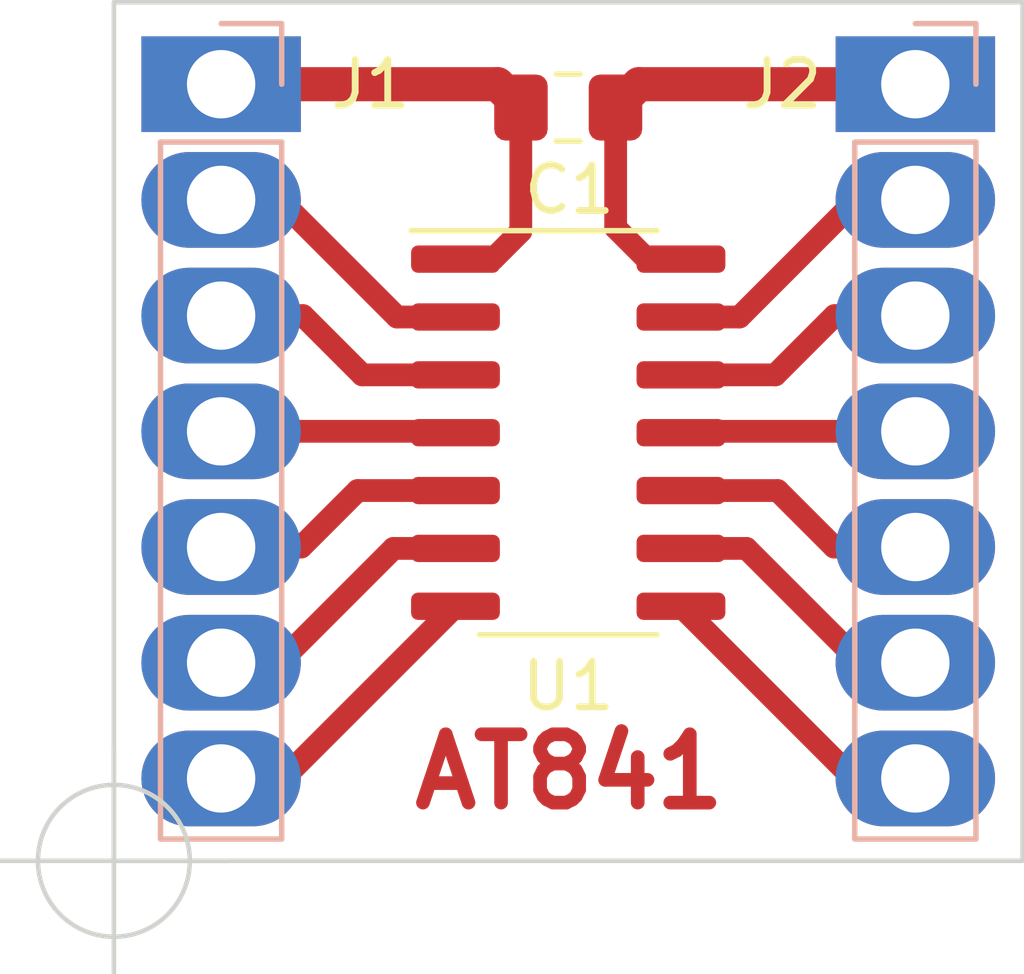
<source format=kicad_pcb>
(kicad_pcb (version 20211014) (generator pcbnew)
  (layers (0 "F.Cu" signal) (31 "B.Cu" signal) (34 "B.Paste" user) (35 "F.Paste" user) (36 "B.SilkS" user "B.Silkscreen") (37 "F.SilkS" user "F.Silkscreen") (38 "B.Mask" user) (39 "F.Mask" user) (44 "Edge.Cuts" user))
  (net 0 "")
  (net 1 "/VCC")
  (net 2 "/PB0")
  (net 3 "/PB1")
  (net 4 "/PB2")
  (net 5 "/PB3")
  (net 6 "/PA7")
  (net 7 "/PA6")
  (net 8 "GND")
  (net 9 "/PA0")
  (net 10 "/PA1")
  (net 11 "/PA2")
  (net 12 "/PA3")
  (net 13 "/PA4")
  (net 14 "/PA5")
  (footprint "Package_SO:SOIC-14_3.9x8.7mm_P1.27mm" (layer "F.Cu") (at 149.2504 96.6216)
    (fp_text reference "U1" (at 0 5.5626) (layer "F.SilkS"))
    (fp_text value "ATtiny841-SS" hide)
    (fp_line (start 0 4.435) (end -1.95 4.435) (layer "F.SilkS") (width 0.12))
    (fp_line (start 0 -4.435) (end 1.95 -4.435) (layer "F.SilkS") (width 0.12))
    (fp_line (start 0 4.435) (end 1.95 4.435) (layer "F.SilkS") (width 0.12))
    (fp_line (start 0 -4.435) (end -3.45 -4.435) (layer "F.SilkS") (width 0.12))
    (pad "1" smd roundrect locked (at -2.475 -3.81) (size 1.95 0.6) (layers "F.Cu" "F.Paste" "F.Mask") (net 1 "/VCC"))
    (pad "2" smd roundrect locked (at -2.475 -2.54) (size 1.95 0.6) (layers "F.Cu" "F.Paste" "F.Mask") (net 2 "/PB0"))
    (pad "3" smd roundrect locked (at -2.475 -1.27) (size 1.95 0.6) (layers "F.Cu" "F.Paste" "F.Mask") (net 3 "/PB1"))
    (pad "4" smd roundrect locked (at -2.475 0) (size 1.95 0.6) (layers "F.Cu" "F.Paste" "F.Mask") (net 5 "/PB3"))
    (pad "5" smd roundrect locked (at -2.475 1.27) (size 1.95 0.6) (layers "F.Cu" "F.Paste" "F.Mask") (net 4 "/PB2"))
    (pad "6" smd roundrect locked (at -2.475 2.54) (size 1.95 0.6) (layers "F.Cu" "F.Paste" "F.Mask") (net 6 "/PA7"))
    (pad "7" smd roundrect locked (at -2.475 3.81) (size 1.95 0.6) (layers "F.Cu" "F.Paste" "F.Mask") (net 7 "/PA6"))
    (pad "8" smd roundrect locked (at 2.475 3.81) (size 1.95 0.6) (layers "F.Cu" "F.Paste" "F.Mask") (net 14 "/PA5"))
    (pad "9" smd roundrect locked (at 2.475 2.54) (size 1.95 0.6) (layers "F.Cu" "F.Paste" "F.Mask") (net 13 "/PA4"))
    (pad "10" smd roundrect locked (at 2.475 1.27) (size 1.95 0.6) (layers "F.Cu" "F.Paste" "F.Mask") (net 12 "/PA3"))
    (pad "11" smd roundrect locked (at 2.475 0) (size 1.95 0.6) (layers "F.Cu" "F.Paste" "F.Mask") (net 11 "/PA2"))
    (pad "12" smd roundrect locked (at 2.475 -1.27) (size 1.95 0.6) (layers "F.Cu" "F.Paste" "F.Mask") (net 10 "/PA1"))
    (pad "13" smd roundrect locked (at 2.475 -2.54) (size 1.95 0.6) (layers "F.Cu" "F.Paste" "F.Mask") (net 9 "/PA0"))
    (pad "14" smd roundrect locked (at 2.475 -3.81) (size 1.95 0.6) (layers "F.Cu" "F.Paste" "F.Mask") (net 8 "GND"))
  )
  (footprint "Capacitor_SMD:C_0805_2012Metric_Pad1.18x1.45mm_HandSolder" (layer "F.Cu") (at 149.2504 89.4842)
    (fp_text reference "C1" (at 0.0254 1.8034) (layer "F.SilkS"))
    (fp_text value "100nF" hide)
    (fp_line (start -0.261252 -0.735) (end 0.261252 -0.735) (layer "F.SilkS") (width 0.12))
    (fp_line (start -0.261252 0.735) (end 0.261252 0.735) (layer "F.SilkS") (width 0.12))
    (pad "1" smd roundrect locked (at -1.0375 0) (size 1.175 1.45) (layers "F.Cu" "F.Paste" "F.Mask") (roundrect_rratio 0.2127659574) (net 1 "/VCC"))
    (pad "2" smd roundrect locked (at 1.0375 0) (size 1.175 1.45) (layers "F.Cu" "F.Paste" "F.Mask") (roundrect_rratio 0.2127659574) (net 8 "GND"))
  )
  (footprint "Connector_PinHeader_2.54mm:PinHeader_1x07_P2.54mm_Vertical" (layer "B.Cu") (at 156.8704 88.9712 180)
    (fp_text reference "J2" (at 2.921 -0.005) (layer "F.SilkS"))
    (fp_text value "Conn_01x07" hide)
    (fp_line (start -1.33 0) (end -1.33 1.33) (layer "B.SilkS") (width 0.12))
    (fp_line (start -1.33 -16.57) (end 1.33 -16.57) (layer "B.SilkS") (width 0.12))
    (fp_line (start -1.33 -1.27) (end -1.33 -16.57) (layer "B.SilkS") (width 0.12))
    (fp_line (start -1.33 -1.27) (end 1.33 -1.27) (layer "B.SilkS") (width 0.12))
    (fp_line (start 1.33 -1.27) (end 1.33 -16.57) (layer "B.SilkS") (width 0.12))
    (fp_line (start -1.33 1.33) (end 0 1.33) (layer "B.SilkS") (width 0.12))
    (pad "1" thru_hole rect locked (at 0 0 180) (size 3.5 2.1) (drill 1.5) (layers *.Cu *.Mask) (net 8 "GND"))
    (pad "2" thru_hole oval locked (at 0 -2.54 180) (size 3.5 2.1) (drill 1.5) (layers *.Cu *.Mask) (net 9 "/PA0"))
    (pad "3" thru_hole oval locked (at 0 -5.08 180) (size 3.5 2.1) (drill 1.5) (layers *.Cu *.Mask) (net 10 "/PA1"))
    (pad "4" thru_hole oval locked (at 0 -7.62 180) (size 3.5 2.1) (drill 1.5) (layers *.Cu *.Mask) (net 11 "/PA2"))
    (pad "5" thru_hole oval locked (at 0 -10.16 180) (size 3.5 2.1) (drill 1.5) (layers *.Cu *.Mask) (net 12 "/PA3"))
    (pad "6" thru_hole oval locked (at 0 -12.7 180) (size 3.5 2.1) (drill 1.5) (layers *.Cu *.Mask) (net 13 "/PA4"))
    (pad "7" thru_hole oval locked (at 0 -15.24 180) (size 3.5 2.1) (drill 1.5) (layers *.Cu *.Mask) (net 14 "/PA5"))
  )
  (footprint "Connector_PinHeader_2.54mm:PinHeader_1x07_P2.54mm_Vertical" (layer "B.Cu") (at 141.6304 88.9712 180)
    (fp_text reference "J1" (at -3.2766 -0.005) (layer "F.SilkS"))
    (fp_text value "Conn_01x07" hide)
    (fp_line (start 1.33 -1.27) (end 1.33 -16.57) (layer "B.SilkS") (width 0.12))
    (fp_line (start -1.33 1.33) (end 0 1.33) (layer "B.SilkS") (width 0.12))
    (fp_line (start -1.33 0) (end -1.33 1.33) (layer "B.SilkS") (width 0.12))
    (fp_line (start -1.33 -1.27) (end -1.33 -16.57) (layer "B.SilkS") (width 0.12))
    (fp_line (start -1.33 -16.57) (end 1.33 -16.57) (layer "B.SilkS") (width 0.12))
    (fp_line (start -1.33 -1.27) (end 1.33 -1.27) (layer "B.SilkS") (width 0.12))
    (pad "1" thru_hole rect locked (at 0 0 180) (size 3.5 2.1) (drill 1.5) (layers *.Cu *.Mask) (net 1 "/VCC"))
    (pad "2" thru_hole oval locked (at 0 -2.54 180) (size 3.5 2.1) (drill 1.5) (layers *.Cu *.Mask) (net 2 "/PB0"))
    (pad "3" thru_hole oval locked (at 0 -5.08 180) (size 3.5 2.1) (drill 1.5) (layers *.Cu *.Mask) (net 3 "/PB1"))
    (pad "4" thru_hole oval locked (at 0 -7.62 180) (size 3.5 2.1) (drill 1.5) (layers *.Cu *.Mask) (net 5 "/PB3"))
    (pad "5" thru_hole oval locked (at 0 -10.16 180) (size 3.5 2.1) (drill 1.5) (layers *.Cu *.Mask) (net 4 "/PB2"))
    (pad "6" thru_hole oval locked (at 0 -12.7 180) (size 3.5 2.1) (drill 1.5) (layers *.Cu *.Mask) (net 6 "/PA7"))
    (pad "7" thru_hole oval locked (at 0 -15.24 180) (size 3.5 2.1) (drill 1.5) (layers *.Cu *.Mask) (net 7 "/PA6"))
  )
  (gr_rect (start 159.2234 106.0196) (end 139.2766 87.1728) (layer "Edge.Cuts") (width 0.1) (fill none))
  (gr_text "AT841" (at 149.2758 104.0638) (layer "F.Cu") (effects (font (size 1.5 1.5) (thickness 0.3))))
  (target plus (at 139.2766 106.0196) (size 5) (width 0.1) (layer "Edge.Cuts"))
  (segment (start 148.209 92.202) (end 148.209 89.4881) (width 0.5) (layer "F.Cu") (net 1))
  (segment (start 148.209 89.4881) (end 148.2129 89.4842) (width 0.5) (layer "F.Cu") (net 1))
  (segment (start 146.7754 92.8116) (end 147.5994 92.8116) (width 0.5) (layer "F.Cu") (net 1))
  (segment (start 147.6999 88.9712) (end 148.2129 89.4842) (width 0.75) (layer "F.Cu") (net 1))
  (segment (start 141.6304 88.9712) (end 147.6999 88.9712) (width 0.75) (layer "F.Cu") (net 1))
  (segment (start 147.5994 92.8116) (end 148.209 92.202) (width 0.5) (layer "F.Cu") (net 1))
  (segment (start 145.4912 94.0816) (end 146.7754 94.0816) (width 0.5) (layer "F.Cu") (net 2))
  (segment (start 142.9208 91.5112) (end 145.4912 94.0816) (width 0.5) (layer "F.Cu") (net 2))
  (segment (start 141.6304 91.5112) (end 142.9208 91.5112) (width 0.5) (layer "F.Cu") (net 2))
  (segment (start 144.7292 95.3516) (end 146.7754 95.3516) (width 0.5) (layer "F.Cu") (net 3))
  (segment (start 143.4288 94.0512) (end 144.7292 95.3516) (width 0.5) (layer "F.Cu") (net 3))
  (segment (start 141.6304 94.0512) (end 143.4288 94.0512) (width 0.5) (layer "F.Cu") (net 3))
  (segment (start 144.6276 97.8916) (end 146.7754 97.8916) (width 0.5) (layer "F.Cu") (net 4))
  (segment (start 141.6304 99.1312) (end 143.388 99.1312) (width 0.5) (layer "F.Cu") (net 4))
  (segment (start 143.388 99.1312) (end 144.6276 97.8916) (width 0.5) (layer "F.Cu") (net 4))
  (segment (start 146.7754 96.6216) (end 146.745 96.5912) (width 0.5) (layer "F.Cu") (net 5))
  (segment (start 145.934 96.6076) (end 145.9176 96.5912) (width 0.25) (layer "F.Cu") (net 5))
  (segment (start 146.745 96.5912) (end 141.6304 96.5912) (width 0.5) (layer "F.Cu") (net 5))
  (segment (start 145.415 99.1616) (end 146.7754 99.1616) (width 0.5) (layer "F.Cu") (net 6))
  (segment (start 141.6304 101.6712) (end 142.8954 101.6712) (width 0.5) (layer "F.Cu") (net 6))
  (segment (start 142.8954 101.6712) (end 142.9004 101.6762) (width 0.5) (layer "F.Cu") (net 6))
  (segment (start 142.9004 101.6762) (end 145.415 99.1616) (width 0.5) (layer "F.Cu") (net 6))
  (segment (start 141.6304 104.2112) (end 142.9958 104.2112) (width 0.5) (layer "F.Cu") (net 7))
  (segment (start 142.9958 104.2112) (end 146.7754 100.4316) (width 0.5) (layer "F.Cu") (net 7))
  (segment (start 150.2918 92.1258) (end 150.2918 89.4881) (width 0.5) (layer "F.Cu") (net 8))
  (segment (start 150.9776 92.8116) (end 150.2918 92.1258) (width 0.5) (layer "F.Cu") (net 8))
  (segment (start 150.8009 88.9712) (end 150.2879 89.4842) (width 0.75) (layer "F.Cu") (net 8))
  (segment (start 150.2918 89.4881) (end 150.2879 89.4842) (width 0.5) (layer "F.Cu") (net 8))
  (segment (start 156.8704 88.9712) (end 150.8009 88.9712) (width 0.75) (layer "F.Cu") (net 8))
  (segment (start 151.7254 92.8116) (end 150.9776 92.8116) (width 0.5) (layer "F.Cu") (net 8))
  (segment (start 151.7254 94.0816) (end 153.0096 94.0816) (width 0.5) (layer "F.Cu") (net 9))
  (segment (start 155.58 91.5112) (end 156.8704 91.5112) (width 0.5) (layer "F.Cu") (net 9))
  (segment (start 153.0096 94.0816) (end 155.58 91.5112) (width 0.5) (layer "F.Cu") (net 9))
  (segment (start 156.8704 94.0512) (end 155.0974 94.0512) (width 0.5) (layer "F.Cu") (net 10))
  (segment (start 155.0974 94.0512) (end 153.797 95.3516) (width 0.5) (layer "F.Cu") (net 10))
  (segment (start 153.797 95.3516) (end 151.7254 95.3516) (width 0.5) (layer "F.Cu") (net 10))
  (segment (start 150.884 96.6076) (end 150.9004 96.5912) (width 0.25) (layer "F.Cu") (net 11))
  (segment (start 151.7558 96.5912) (end 156.8704 96.5912) (width 0.5) (layer "F.Cu") (net 11))
  (segment (start 151.7254 96.6216) (end 151.7558 96.5912) (width 0.5) (layer "F.Cu") (net 11))
  (segment (start 155.0874 99.1312) (end 156.8704 99.1312) (width 0.5) (layer "F.Cu") (net 12))
  (segment (start 153.8478 97.8916) (end 155.0874 99.1312) (width 0.5) (layer "F.Cu") (net 12))
  (segment (start 151.7254 97.8916) (end 153.8478 97.8916) (width 0.5) (layer "F.Cu") (net 12))
  (segment (start 156.8704 101.6712) (end 155.6716 101.6712) (width 0.5) (layer "F.Cu") (net 13))
  (segment (start 155.6716 101.6712) (end 153.162 99.1616) (width 0.5) (layer "F.Cu") (net 13))
  (segment (start 153.162 99.1616) (end 151.7254 99.1616) (width 0.5) (layer "F.Cu") (net 13))
  (segment (start 150.884 100.4176) (end 151.2684 100.4176) (width 0.25) (layer "F.Cu") (net 14))
  (segment (start 155.505 104.2112) (end 151.7254 100.4316) (width 0.5) (layer "F.Cu") (net 14))
  (segment (start 156.8704 104.2112) (end 155.505 104.2112) (width 0.5) (layer "F.Cu") (net 14))
)
</source>
